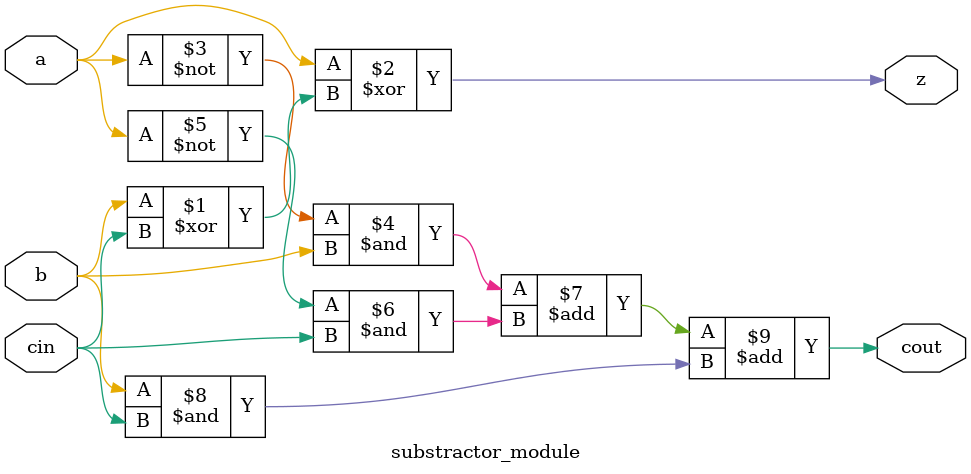
<source format=sv>
module substractor_module(input logic a,b,cin, output logic z,cout);

	assign z = a ^ (b ^ cin);
	assign cout =  (~a & b) + (~a & cin) + (b & cin);

endmodule
</source>
